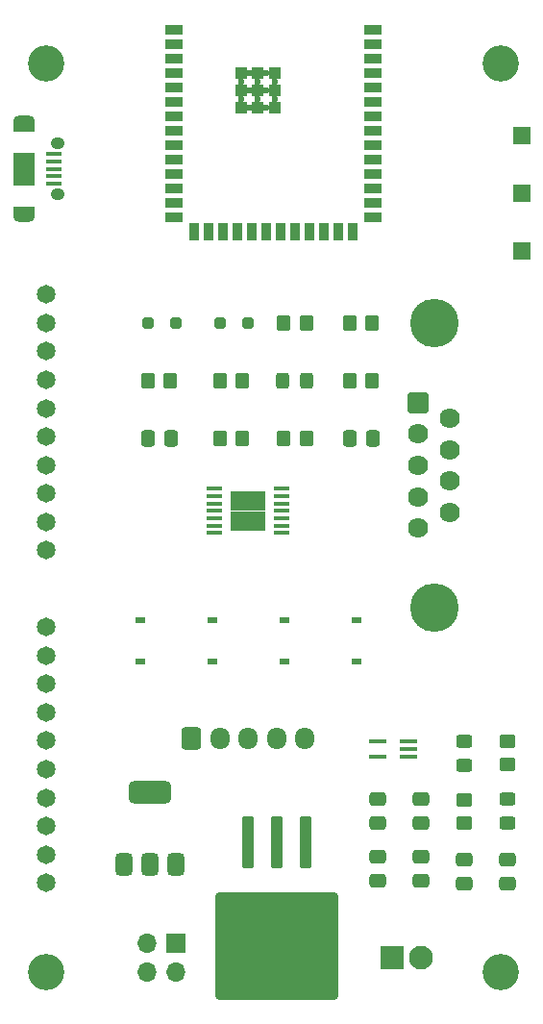
<source format=gbr>
%TF.GenerationSoftware,KiCad,Pcbnew,8.0.5*%
%TF.CreationDate,2024-10-10T20:32:44-06:00*%
%TF.ProjectId,PancakeCNCPCB,50616e63-616b-4654-934e-435043422e6b,rev?*%
%TF.SameCoordinates,Original*%
%TF.FileFunction,Soldermask,Top*%
%TF.FilePolarity,Negative*%
%FSLAX46Y46*%
G04 Gerber Fmt 4.6, Leading zero omitted, Abs format (unit mm)*
G04 Created by KiCad (PCBNEW 8.0.5) date 2024-10-10 20:32:44*
%MOMM*%
%LPD*%
G01*
G04 APERTURE LIST*
G04 Aperture macros list*
%AMRoundRect*
0 Rectangle with rounded corners*
0 $1 Rounding radius*
0 $2 $3 $4 $5 $6 $7 $8 $9 X,Y pos of 4 corners*
0 Add a 4 corners polygon primitive as box body*
4,1,4,$2,$3,$4,$5,$6,$7,$8,$9,$2,$3,0*
0 Add four circle primitives for the rounded corners*
1,1,$1+$1,$2,$3*
1,1,$1+$1,$4,$5*
1,1,$1+$1,$6,$7*
1,1,$1+$1,$8,$9*
0 Add four rect primitives between the rounded corners*
20,1,$1+$1,$2,$3,$4,$5,0*
20,1,$1+$1,$4,$5,$6,$7,0*
20,1,$1+$1,$6,$7,$8,$9,0*
20,1,$1+$1,$8,$9,$2,$3,0*%
G04 Aperture macros list end*
%ADD10R,1.500000X0.900000*%
%ADD11R,0.900000X1.500000*%
%ADD12R,1.000000X1.000000*%
%ADD13C,0.600000*%
%ADD14O,1.900000X1.000000*%
%ADD15R,1.900000X0.875000*%
%ADD16O,1.250000X1.050000*%
%ADD17R,1.900000X2.900000*%
%ADD18R,1.350000X0.400000*%
%ADD19RoundRect,0.250000X-0.450000X0.350000X-0.450000X-0.350000X0.450000X-0.350000X0.450000X0.350000X0*%
%ADD20R,0.952500X0.558800*%
%ADD21RoundRect,0.250000X-0.450000X0.325000X-0.450000X-0.325000X0.450000X-0.325000X0.450000X0.325000X0*%
%ADD22RoundRect,0.250000X-0.350000X-0.450000X0.350000X-0.450000X0.350000X0.450000X-0.350000X0.450000X0*%
%ADD23R,1.500000X1.500000*%
%ADD24RoundRect,0.250000X-0.300000X2.050000X-0.300000X-2.050000X0.300000X-2.050000X0.300000X2.050000X0*%
%ADD25RoundRect,0.250002X-5.149998X4.449998X-5.149998X-4.449998X5.149998X-4.449998X5.149998X4.449998X0*%
%ADD26R,1.700000X1.700000*%
%ADD27O,1.700000X1.700000*%
%ADD28C,1.651000*%
%ADD29RoundRect,0.250000X-0.325000X-0.450000X0.325000X-0.450000X0.325000X0.450000X-0.325000X0.450000X0*%
%ADD30RoundRect,0.250000X-0.475000X0.337500X-0.475000X-0.337500X0.475000X-0.337500X0.475000X0.337500X0*%
%ADD31C,3.200000*%
%ADD32RoundRect,0.102000X0.787500X-0.787500X0.787500X0.787500X-0.787500X0.787500X-0.787500X-0.787500X0*%
%ADD33C,1.779000*%
%ADD34C,4.270000*%
%ADD35RoundRect,0.250000X-0.337500X-0.475000X0.337500X-0.475000X0.337500X0.475000X-0.337500X0.475000X0*%
%ADD36RoundRect,0.250000X-0.600000X-0.725000X0.600000X-0.725000X0.600000X0.725000X-0.600000X0.725000X0*%
%ADD37O,1.700000X1.950000*%
%ADD38RoundRect,0.375000X0.375000X-0.625000X0.375000X0.625000X-0.375000X0.625000X-0.375000X-0.625000X0*%
%ADD39RoundRect,0.500000X1.400000X-0.500000X1.400000X0.500000X-1.400000X0.500000X-1.400000X-0.500000X0*%
%ADD40R,2.100000X2.100000*%
%ADD41C,2.100000*%
%ADD42RoundRect,0.250000X0.475000X-0.337500X0.475000X0.337500X-0.475000X0.337500X-0.475000X-0.337500X0*%
%ADD43RoundRect,0.250000X0.250000X0.250000X-0.250000X0.250000X-0.250000X-0.250000X0.250000X-0.250000X0*%
%ADD44R,1.450000X0.450000*%
%ADD45R,1.500000X1.800000*%
%ADD46RoundRect,0.250000X0.450000X-0.325000X0.450000X0.325000X-0.450000X0.325000X-0.450000X-0.325000X0*%
%ADD47RoundRect,0.250000X-0.250000X-0.250000X0.250000X-0.250000X0.250000X0.250000X-0.250000X0.250000X0*%
%ADD48RoundRect,0.100000X0.650000X0.100000X-0.650000X0.100000X-0.650000X-0.100000X0.650000X-0.100000X0*%
G04 APERTURE END LIST*
D10*
%TO.C,U2*%
X44250000Y-47990000D03*
X44250000Y-49260000D03*
X44250000Y-50530000D03*
X44250000Y-51800000D03*
X44250000Y-53070000D03*
X44250000Y-54340000D03*
X44250000Y-55610000D03*
X44250000Y-56880000D03*
X44250000Y-58150000D03*
X44250000Y-59420000D03*
X44250000Y-60690000D03*
X44250000Y-61960000D03*
X44250000Y-63230000D03*
X44250000Y-64500000D03*
D11*
X46015000Y-65750000D03*
X47285000Y-65750000D03*
X48555000Y-65750000D03*
X49825000Y-65750000D03*
X51095000Y-65750000D03*
X52365000Y-65750000D03*
X53635000Y-65750000D03*
X54905000Y-65750000D03*
X56175000Y-65750000D03*
X57445000Y-65750000D03*
X58715000Y-65750000D03*
X59985000Y-65750000D03*
D10*
X61750000Y-64500000D03*
X61750000Y-63230000D03*
X61750000Y-61960000D03*
X61750000Y-60690000D03*
X61750000Y-59420000D03*
X61750000Y-58150000D03*
X61750000Y-56880000D03*
X61750000Y-55610000D03*
X61750000Y-54340000D03*
X61750000Y-53070000D03*
X61750000Y-51800000D03*
X61750000Y-50530000D03*
X61750000Y-49260000D03*
X61750000Y-47990000D03*
D12*
X50140000Y-51840000D03*
D13*
X50140000Y-52590000D03*
D12*
X50140000Y-53340000D03*
D13*
X50140000Y-54090000D03*
D12*
X50140000Y-54840000D03*
D13*
X50890000Y-51840000D03*
X50890000Y-53340000D03*
X50890000Y-54840000D03*
D12*
X51640000Y-51840000D03*
D13*
X51640000Y-52590000D03*
D12*
X51640000Y-53340000D03*
D13*
X51640000Y-54090000D03*
D12*
X51640000Y-54840000D03*
D13*
X52390000Y-51840000D03*
X52390000Y-53340000D03*
X52390000Y-54840000D03*
D12*
X53140000Y-51840000D03*
D13*
X53140000Y-52590000D03*
D12*
X53140000Y-53340000D03*
D13*
X53140000Y-54090000D03*
D12*
X53140000Y-54840000D03*
%TD*%
D14*
%TO.C,J1*%
X31000000Y-64430000D03*
D15*
X31000000Y-63992500D03*
D16*
X34000000Y-62480000D03*
D17*
X31000000Y-60255000D03*
D16*
X34000000Y-58030000D03*
D15*
X31000000Y-56517500D03*
D14*
X31000000Y-56080000D03*
D18*
X33675000Y-58955000D03*
X33675000Y-59605000D03*
X33675000Y-60255000D03*
X33675000Y-60905000D03*
X33675000Y-61555000D03*
%TD*%
D19*
%TO.C,R2*%
X73640000Y-110690000D03*
X73640000Y-112690000D03*
%TD*%
D20*
%TO.C,SW1*%
X41248650Y-99945800D03*
X47611350Y-99945800D03*
X41248650Y-103654200D03*
X47611350Y-103654200D03*
%TD*%
D21*
%TO.C,D1*%
X69830000Y-110690000D03*
X69830000Y-112740000D03*
%TD*%
D22*
%TO.C,R8*%
X41910000Y-78940000D03*
X43910000Y-78940000D03*
%TD*%
%TO.C,R9*%
X48260000Y-84020000D03*
X50260000Y-84020000D03*
%TD*%
D23*
%TO.C,TP2*%
X74910000Y-57350000D03*
%TD*%
D24*
%TO.C,U3*%
X55860000Y-119550000D03*
X53320000Y-119550000D03*
D25*
X53320000Y-128700000D03*
D24*
X50780000Y-119550000D03*
%TD*%
D26*
%TO.C,J7*%
X44430000Y-128470000D03*
D27*
X41890000Y-128470000D03*
X44430000Y-131010000D03*
X41890000Y-131010000D03*
%TD*%
D28*
%TO.C,J4*%
X33000000Y-71320000D03*
X33000000Y-73820000D03*
X33000000Y-76320000D03*
X33000000Y-78820000D03*
X33000000Y-81320000D03*
X33000000Y-83820000D03*
X33000000Y-86320000D03*
X33000000Y-88820000D03*
X33000000Y-91320000D03*
X33000000Y-93820000D03*
%TD*%
D29*
%TO.C,D5*%
X53830000Y-78940000D03*
X55880000Y-78940000D03*
%TD*%
D23*
%TO.C,TP1*%
X74910000Y-62430000D03*
%TD*%
D30*
%TO.C,C8*%
X69830000Y-121082500D03*
X69830000Y-123157500D03*
%TD*%
D28*
%TO.C,J5*%
X33000000Y-123110000D03*
X33000000Y-120610000D03*
X33000000Y-118110000D03*
X33000000Y-115610000D03*
X33000000Y-113110000D03*
X33000000Y-110610000D03*
X33000000Y-108110000D03*
X33000000Y-105610000D03*
X33000000Y-103110000D03*
X33000000Y-100610000D03*
%TD*%
D30*
%TO.C,C3*%
X66020000Y-115770000D03*
X66020000Y-117845000D03*
%TD*%
D31*
%TO.C,H4*%
X33000000Y-51000000D03*
%TD*%
D32*
%TO.C,J2*%
X65727500Y-80815000D03*
D33*
X65727500Y-83585000D03*
X65727500Y-86355000D03*
X65727500Y-89125000D03*
X65727500Y-91895000D03*
X68567500Y-82200000D03*
X68567500Y-84970000D03*
X68567500Y-87740000D03*
X68567500Y-90510000D03*
D34*
X67147500Y-98850000D03*
X67147500Y-73860000D03*
%TD*%
D35*
%TO.C,C1*%
X41910000Y-84020000D03*
X43985000Y-84020000D03*
%TD*%
D22*
%TO.C,R7*%
X48260000Y-78940000D03*
X50260000Y-78940000D03*
%TD*%
D35*
%TO.C,C2*%
X59690000Y-84020000D03*
X61765000Y-84020000D03*
%TD*%
D30*
%TO.C,C4*%
X62210000Y-115770000D03*
X62210000Y-117845000D03*
%TD*%
D31*
%TO.C,H1*%
X73000000Y-131000000D03*
%TD*%
D36*
%TO.C,J6*%
X45780000Y-110390000D03*
D37*
X48280000Y-110390000D03*
X50780000Y-110390000D03*
X53280000Y-110390000D03*
X55780000Y-110390000D03*
%TD*%
D38*
%TO.C,U1*%
X39830000Y-121460000D03*
X42130000Y-121460000D03*
D39*
X42130000Y-115160000D03*
D38*
X44430000Y-121460000D03*
%TD*%
D20*
%TO.C,SW2*%
X53948650Y-99945800D03*
X60311350Y-99945800D03*
X53948650Y-103654200D03*
X60311350Y-103654200D03*
%TD*%
D23*
%TO.C,TP3*%
X74910000Y-67510000D03*
%TD*%
D19*
%TO.C,R1*%
X69830000Y-115845000D03*
X69830000Y-117845000D03*
%TD*%
D22*
%TO.C,R6*%
X59690000Y-73860000D03*
X61690000Y-73860000D03*
%TD*%
D40*
%TO.C,J3*%
X63480000Y-129740000D03*
D41*
X66020000Y-129740000D03*
%TD*%
D42*
%TO.C,C5*%
X62210000Y-122925000D03*
X62210000Y-120850000D03*
%TD*%
D22*
%TO.C,R4*%
X53880000Y-73860000D03*
X55880000Y-73860000D03*
%TD*%
D43*
%TO.C,D4*%
X44410000Y-73860000D03*
X41910000Y-73860000D03*
%TD*%
D44*
%TO.C,U6*%
X47830000Y-88420000D03*
X47830000Y-89070000D03*
X47830000Y-89720000D03*
X47830000Y-90370000D03*
X47830000Y-91020000D03*
X47830000Y-91670000D03*
X47830000Y-92320000D03*
X53730000Y-92320000D03*
X53730000Y-91670000D03*
X53730000Y-91020000D03*
X53730000Y-90370000D03*
X53730000Y-89720000D03*
X53730000Y-89070000D03*
X53730000Y-88420000D03*
D45*
X50030000Y-89470000D03*
X50030000Y-91270000D03*
X51530000Y-89470000D03*
X51530000Y-91270000D03*
%TD*%
D46*
%TO.C,D2*%
X73640000Y-117820000D03*
X73640000Y-115770000D03*
%TD*%
D42*
%TO.C,C6*%
X66020000Y-122925000D03*
X66020000Y-120850000D03*
%TD*%
D47*
%TO.C,D3*%
X48280000Y-73860000D03*
X50780000Y-73860000D03*
%TD*%
D48*
%TO.C,U5*%
X64870000Y-111990000D03*
X64870000Y-111340000D03*
X64870000Y-110690000D03*
X62210000Y-110690000D03*
X62210000Y-111990000D03*
%TD*%
D22*
%TO.C,R3*%
X59690000Y-78940000D03*
X61690000Y-78940000D03*
%TD*%
D30*
%TO.C,C7*%
X73640000Y-121082500D03*
X73640000Y-123157500D03*
%TD*%
D31*
%TO.C,H3*%
X73000000Y-51000000D03*
%TD*%
D22*
%TO.C,R5*%
X53880000Y-84020000D03*
X55880000Y-84020000D03*
%TD*%
D31*
%TO.C,H2*%
X33000000Y-131000000D03*
%TD*%
M02*

</source>
